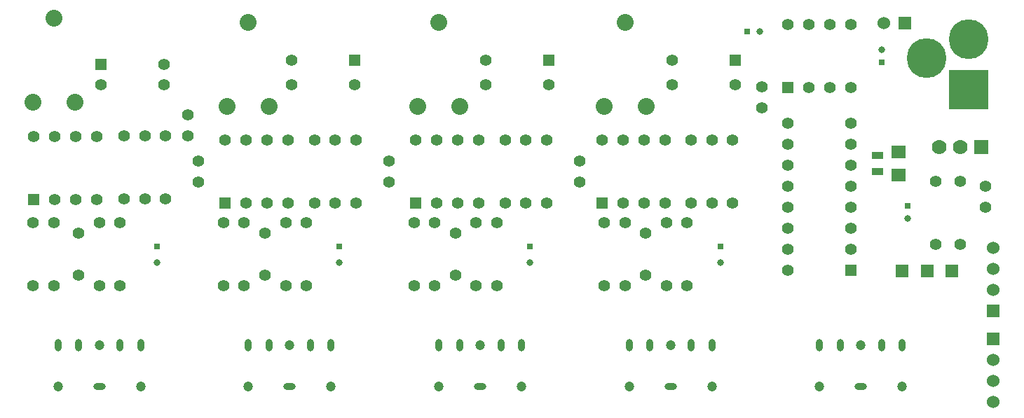
<source format=gts>
G04 (created by PCBNEW (22-Jun-2014 BZR 4027)-stable) date mar. 05 août 2014 21:02:50 CEST*
%MOIN*%
G04 Gerber Fmt 3.4, Leading zero omitted, Abs format*
%FSLAX34Y34*%
G01*
G70*
G90*
G04 APERTURE LIST*
%ADD10C,0.00590551*%
%ADD11C,0.08*%
%ADD12C,0.055*%
%ADD13R,0.055X0.055*%
%ADD14O,0.0590551X0.0314961*%
%ADD15O,0.0314961X0.0590551*%
%ADD16C,0.0472441*%
%ADD17R,0.06X0.06*%
%ADD18C,0.06*%
%ADD19C,0.189*%
%ADD20R,0.189X0.189*%
%ADD21R,0.0314961X0.0314961*%
%ADD22C,0.0314961*%
%ADD23C,0.07*%
%ADD24R,0.07X0.07*%
%ADD25R,0.055X0.035*%
%ADD26R,0.0709X0.0629*%
G04 APERTURE END LIST*
G54D10*
G54D11*
X15338Y-68338D03*
X16338Y-64338D03*
X17338Y-68338D03*
X24590Y-68535D03*
X25590Y-64535D03*
X26590Y-68535D03*
X33645Y-68535D03*
X34645Y-64535D03*
X35645Y-68535D03*
X42503Y-68535D03*
X43503Y-64535D03*
X44503Y-68535D03*
G54D12*
X27633Y-67519D03*
X30633Y-67519D03*
X15354Y-77090D03*
X15354Y-74090D03*
X33464Y-77090D03*
X33464Y-74090D03*
X34448Y-77090D03*
X34448Y-74090D03*
X36417Y-74090D03*
X36417Y-77090D03*
X37795Y-70153D03*
X37795Y-73153D03*
X37401Y-74090D03*
X37401Y-77090D03*
X39763Y-70153D03*
X39763Y-73153D03*
X36885Y-67519D03*
X39885Y-67519D03*
X42519Y-77090D03*
X42519Y-74090D03*
X43503Y-77090D03*
X43503Y-74090D03*
X45472Y-74090D03*
X45472Y-77090D03*
X46653Y-70153D03*
X46653Y-73153D03*
X46456Y-74090D03*
X46456Y-77090D03*
X48622Y-70153D03*
X48622Y-73153D03*
X45744Y-67519D03*
X48744Y-67519D03*
X47637Y-70153D03*
X47637Y-73153D03*
X38779Y-70153D03*
X38779Y-73153D03*
X29724Y-70153D03*
X29724Y-73153D03*
X20669Y-69956D03*
X20669Y-72956D03*
X24409Y-77090D03*
X24409Y-74090D03*
X18578Y-67519D03*
X21578Y-67519D03*
X21653Y-69956D03*
X21653Y-72956D03*
X30708Y-70153D03*
X30708Y-73153D03*
X19488Y-74090D03*
X19488Y-77090D03*
X19685Y-69956D03*
X19685Y-72956D03*
X25393Y-77090D03*
X25393Y-74090D03*
X18503Y-74090D03*
X18503Y-77090D03*
X27362Y-74090D03*
X27362Y-77090D03*
X28740Y-70153D03*
X28740Y-73153D03*
X28346Y-74090D03*
X28346Y-77090D03*
X16338Y-77090D03*
X16338Y-74090D03*
G54D13*
X42397Y-73153D03*
G54D12*
X43397Y-73153D03*
X44397Y-73153D03*
X45397Y-73153D03*
X45397Y-70153D03*
X44397Y-70153D03*
X43397Y-70153D03*
X42397Y-70153D03*
G54D13*
X24484Y-73153D03*
G54D12*
X25484Y-73153D03*
X26484Y-73153D03*
X27484Y-73153D03*
X27484Y-70153D03*
X26484Y-70153D03*
X25484Y-70153D03*
X24484Y-70153D03*
G54D13*
X33539Y-73153D03*
G54D12*
X34539Y-73153D03*
X35539Y-73153D03*
X36539Y-73153D03*
X36539Y-70153D03*
X35539Y-70153D03*
X34539Y-70153D03*
X33539Y-70153D03*
G54D13*
X51255Y-67641D03*
G54D12*
X52255Y-67641D03*
X53255Y-67641D03*
X54255Y-67641D03*
X54255Y-64641D03*
X53255Y-64641D03*
X52255Y-64641D03*
X51255Y-64641D03*
G54D13*
X15393Y-72984D03*
G54D12*
X16393Y-72984D03*
X17393Y-72984D03*
X18393Y-72984D03*
X18393Y-69984D03*
X17393Y-69984D03*
X16393Y-69984D03*
X15393Y-69984D03*
G54D13*
X54255Y-76334D03*
G54D12*
X54255Y-75334D03*
X54255Y-74334D03*
X54255Y-73334D03*
X54255Y-72334D03*
X54255Y-71334D03*
X54255Y-70334D03*
X54255Y-69334D03*
X51255Y-69334D03*
X51255Y-70334D03*
X51255Y-71334D03*
X51255Y-72334D03*
X51255Y-73334D03*
X51255Y-74334D03*
X51255Y-75334D03*
X51255Y-76334D03*
G54D13*
X39885Y-66338D03*
G54D12*
X36885Y-66338D03*
G54D13*
X30633Y-66338D03*
G54D12*
X27633Y-66338D03*
G54D13*
X18578Y-66535D03*
G54D12*
X21578Y-66535D03*
G54D13*
X48744Y-66338D03*
G54D12*
X45744Y-66338D03*
X17519Y-74590D03*
X17519Y-76590D03*
X44488Y-76590D03*
X44488Y-74590D03*
X26377Y-74590D03*
X26377Y-76590D03*
X35433Y-74590D03*
X35433Y-76590D03*
G54D14*
X18503Y-81889D03*
G54D15*
X20472Y-79921D03*
X19488Y-79921D03*
X17519Y-79921D03*
G54D16*
X18503Y-79921D03*
X16535Y-81889D03*
X20472Y-81889D03*
G54D15*
X16535Y-79921D03*
G54D14*
X27559Y-81889D03*
G54D15*
X29527Y-79921D03*
X28543Y-79921D03*
X26574Y-79921D03*
G54D16*
X27559Y-79921D03*
X25590Y-81889D03*
X29527Y-81889D03*
G54D15*
X25590Y-79921D03*
G54D14*
X36614Y-81889D03*
G54D15*
X38582Y-79921D03*
X37598Y-79921D03*
X35629Y-79921D03*
G54D16*
X36614Y-79921D03*
X34645Y-81889D03*
X38582Y-81889D03*
G54D15*
X34645Y-79921D03*
G54D14*
X45669Y-81889D03*
G54D15*
X47637Y-79921D03*
X46653Y-79921D03*
X44685Y-79921D03*
G54D16*
X45669Y-79921D03*
X43700Y-81889D03*
X47637Y-81889D03*
G54D15*
X43700Y-79921D03*
G54D14*
X54724Y-81889D03*
G54D15*
X56692Y-79921D03*
X55708Y-79921D03*
X53740Y-79921D03*
G54D16*
X54724Y-79921D03*
X52755Y-81889D03*
X56692Y-81889D03*
G54D15*
X52755Y-79921D03*
G54D17*
X56799Y-64566D03*
G54D18*
X55799Y-64566D03*
G54D19*
X59842Y-65354D03*
G54D20*
X59842Y-67754D03*
G54D19*
X57842Y-66254D03*
G54D12*
X58267Y-72122D03*
X58267Y-75122D03*
X59448Y-75122D03*
X59448Y-72122D03*
G54D17*
X61023Y-79602D03*
G54D18*
X61023Y-80602D03*
X61023Y-81602D03*
X61023Y-82602D03*
G54D17*
X61023Y-78271D03*
G54D18*
X61023Y-77271D03*
X61023Y-76271D03*
X61023Y-75271D03*
G54D17*
X56692Y-76377D03*
X57874Y-76377D03*
X59055Y-76377D03*
G54D21*
X56929Y-73287D03*
G54D22*
X56929Y-73877D03*
G54D12*
X41338Y-72153D03*
X41338Y-71153D03*
X32283Y-71153D03*
X32283Y-72153D03*
X23228Y-71153D03*
X23228Y-72153D03*
X22716Y-69948D03*
X22716Y-68948D03*
X50000Y-68610D03*
X50000Y-67610D03*
X60629Y-72334D03*
X60629Y-73334D03*
G54D23*
X58448Y-70472D03*
X59448Y-70472D03*
G54D24*
X60448Y-70472D03*
G54D21*
X21259Y-75196D03*
G54D22*
X21259Y-75984D03*
G54D21*
X29921Y-75196D03*
G54D22*
X29921Y-75984D03*
G54D21*
X38976Y-75196D03*
G54D22*
X38976Y-75984D03*
G54D21*
X48031Y-75196D03*
G54D22*
X48031Y-75984D03*
G54D21*
X49311Y-64960D03*
G54D22*
X49901Y-64960D03*
G54D21*
X55708Y-66437D03*
G54D22*
X55708Y-65846D03*
G54D25*
X55511Y-70884D03*
X55511Y-71634D03*
G54D26*
X56496Y-71818D03*
X56496Y-70700D03*
M02*

</source>
